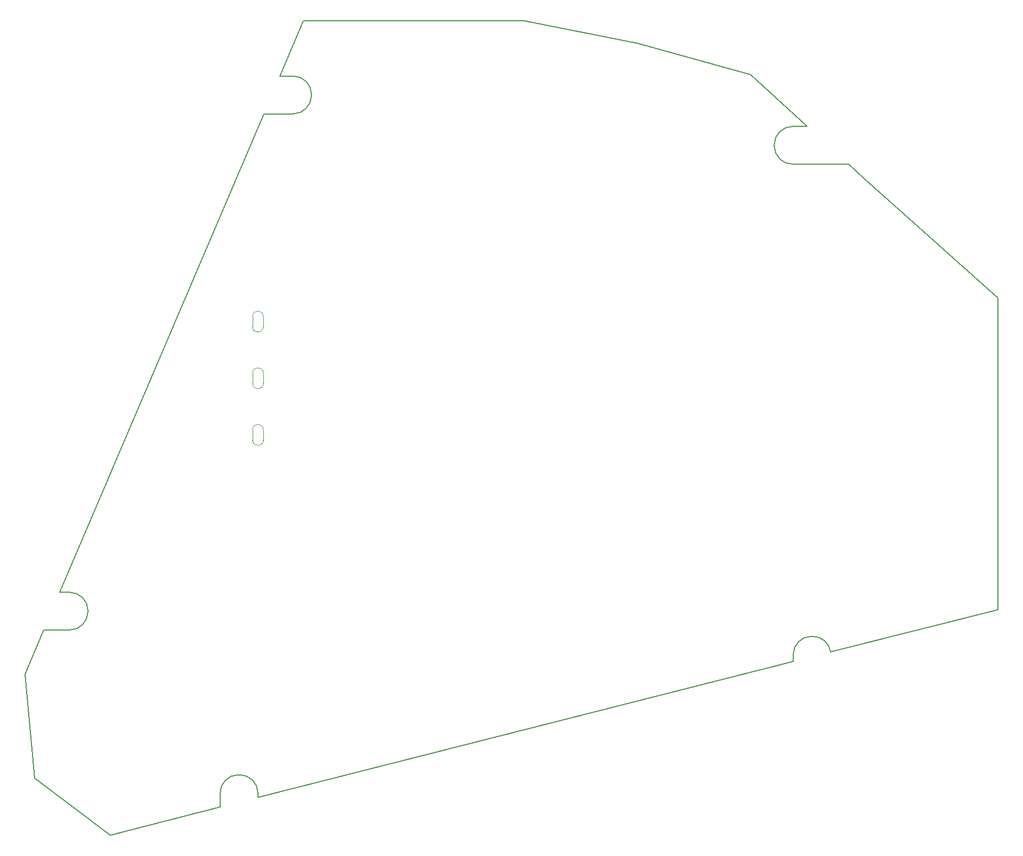
<source format=gbr>
%TF.GenerationSoftware,KiCad,Pcbnew,7.0.1*%
%TF.CreationDate,2023-03-18T23:25:57+01:00*%
%TF.ProjectId,grapto-v3w-right,67726170-746f-42d7-9633-772d72696768,v1.0.0*%
%TF.SameCoordinates,Original*%
%TF.FileFunction,Profile,NP*%
%FSLAX46Y46*%
G04 Gerber Fmt 4.6, Leading zero omitted, Abs format (unit mm)*
G04 Created by KiCad (PCBNEW 7.0.1) date 2023-03-18 23:25:57*
%MOMM*%
%LPD*%
G01*
G04 APERTURE LIST*
%TA.AperFunction,Profile*%
%ADD10C,0.150000*%
%TD*%
%TA.AperFunction,Profile*%
%ADD11C,0.120000*%
%TD*%
G04 APERTURE END LIST*
D10*
X79959573Y-190500000D02*
X76976510Y-197489788D01*
X122500000Y-105400000D02*
G75*
G03*
X119600000Y-102500000I-2900000J0D01*
G01*
X84100000Y-190500000D02*
G75*
G03*
X87000000Y-187600000I0J2900000D01*
G01*
X231550000Y-187250000D02*
X231550000Y-137750000D01*
X198900000Y-110500000D02*
G75*
G03*
X196000000Y-113400000I0J-2900000D01*
G01*
X201250000Y-110500000D02*
X198900000Y-110500000D01*
X119600000Y-108500000D02*
G75*
G03*
X122500000Y-105600000I0J2900000D01*
G01*
X201900000Y-191500000D02*
G75*
G03*
X199000000Y-194400000I0J-2900000D01*
G01*
X114000000Y-217123388D02*
X199000000Y-195522044D01*
X114000000Y-217123388D02*
X114000000Y-216400000D01*
X199000000Y-194400000D02*
X199000000Y-195522044D01*
X114955077Y-108500000D02*
X82520219Y-184500000D01*
X121250000Y-93750000D02*
X117515724Y-102500000D01*
X174250000Y-97250000D02*
X156250000Y-93750000D01*
X198900000Y-116500000D02*
X207795455Y-116500000D01*
X210250000Y-118750000D02*
X207795455Y-116500000D01*
X90541662Y-223084937D02*
X108000000Y-218648189D01*
X76976510Y-197489788D02*
X78571590Y-214045171D01*
X119600000Y-102500000D02*
X117515724Y-102500000D01*
X201250000Y-110500000D02*
X192250000Y-102250000D01*
X202100000Y-191500000D02*
X201900000Y-191500000D01*
X87000000Y-187400000D02*
G75*
G03*
X84100000Y-184500000I-2900000J0D01*
G01*
X114000000Y-216400000D02*
G75*
G03*
X111100000Y-213500000I-2900000J0D01*
G01*
X79959573Y-190500000D02*
X84100000Y-190500000D01*
X78571590Y-214045171D02*
X90541662Y-223084937D01*
X122500000Y-105600000D02*
X122500000Y-105400000D01*
X87000000Y-187600000D02*
X87000000Y-187400000D01*
X114955077Y-108500000D02*
X119600000Y-108500000D01*
X196000000Y-113600000D02*
G75*
G03*
X198900000Y-116500000I2900000J0D01*
G01*
X84100000Y-184500000D02*
X82520219Y-184500000D01*
X108000000Y-216400000D02*
X108000000Y-218648189D01*
X156250000Y-93750000D02*
X121250000Y-93750000D01*
X204972855Y-194004142D02*
G75*
G03*
X202100000Y-191500000I-2872855J-395858D01*
G01*
X204972855Y-194004142D02*
X231550000Y-187250000D01*
X196000000Y-113400000D02*
X196000000Y-113600000D01*
X192250000Y-102250000D02*
X174250000Y-97250000D01*
X111100000Y-213500000D02*
X110900000Y-213500000D01*
X231550000Y-137750000D02*
X210250000Y-118750000D01*
X110900000Y-213500000D02*
G75*
G03*
X108000000Y-216400000I0J-2900000D01*
G01*
D11*
%TO.C,D31*%
X114850000Y-151335000D02*
X114850000Y-149685000D01*
X113150000Y-151335000D02*
X113150000Y-149685000D01*
X113150000Y-151335000D02*
G75*
G03*
X114850000Y-151335000I850000J0D01*
G01*
X114850000Y-149685000D02*
G75*
G03*
X113150000Y-149685000I-850000J0D01*
G01*
%TO.C,D30*%
X114840000Y-142335000D02*
X114840000Y-140685000D01*
X113140000Y-142335000D02*
X113140000Y-140685000D01*
X113140000Y-142335000D02*
G75*
G03*
X114840000Y-142335000I850000J0D01*
G01*
X114840000Y-140685000D02*
G75*
G03*
X113140000Y-140685000I-850000J0D01*
G01*
%TO.C,D32*%
X114850000Y-160325000D02*
X114850000Y-158675000D01*
X113150000Y-160325000D02*
X113150000Y-158675000D01*
X113150000Y-160325000D02*
G75*
G03*
X114850000Y-160325000I850000J0D01*
G01*
X114850000Y-158675000D02*
G75*
G03*
X113150000Y-158675000I-850000J0D01*
G01*
%TD*%
M02*

</source>
